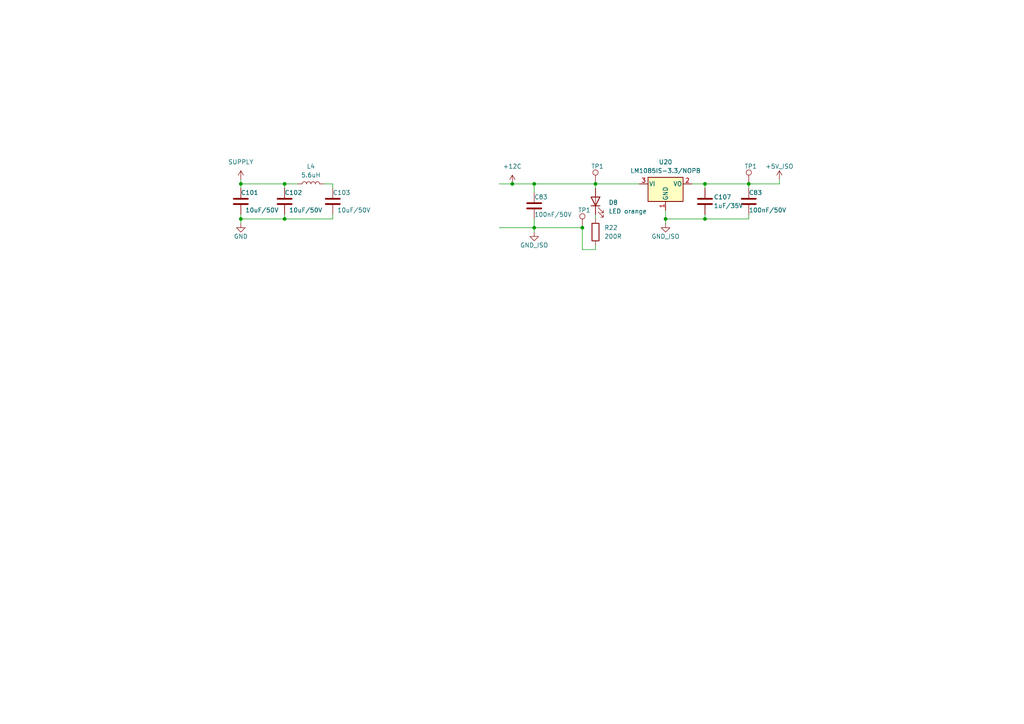
<source format=kicad_sch>
(kicad_sch (version 20230121) (generator eeschema)
  (paper "A4")
  (title_block (title "isolated Supply") (date "2023-12-29") (rev "V1.0") (company "Valais Wallis Racing Team") (comment 1 "Bétrisey Mattia"))
  (lib_symbols
    (symbol "Connector:TestPoint" (pin_numbers hide) (pin_names (offset 0.762) hide)
      (property "Reference" "TP" (at 0 6.858 0))
      (property "Value" "TestPoint" (at 0 5.08 0))
      (symbol "TestPoint_0_1"
        (circle (center 0 3.302) (radius 0.762))
      )
      (symbol "TestPoint_1_1"
        (pin passive line (at 0 0 90) (length 2.54) (name "1") (number "1"))
      )
    )
    (symbol "Device:C" (pin_numbers hide) (pin_names (offset 0.254))
      (property "Reference" "C" (at 0.635 2.54 0))
      (property "Value" "C" (at 0.635 -2.54 0))
      (symbol "C_0_1"
        (polyline (pts (xy -2.032 -0.762) (xy 2.032 -0.762)) (stroke (width 0.508)))
        (polyline (pts (xy -2.032 0.762) (xy 2.032 0.762)) (stroke (width 0.508)))
      )
      (symbol "C_1_1"
        (pin passive line (at 0 3.81 270) (length 2.794) (name "~") (number "1"))
        (pin passive line (at 0 -3.81 90) (length 2.794) (name "~") (number "2"))
      )
    )
    (symbol "Device:L" (pin_numbers hide) (pin_names (offset 1.016) hide)
      (property "Reference" "L" (at -1.27 0 90))
      (property "Value" "L" (at 1.905 0 90))
      (symbol "L_0_1"
        (arc (start 0 -2.54) (mid 0.6323 -1.905) (end 0 -1.27))
        (arc (start 0 -1.27) (mid 0.6323 -0.635) (end 0 0))
        (arc (start 0 0) (mid 0.6323 0.635) (end 0 1.27))
        (arc (start 0 1.27) (mid 0.6323 1.905) (end 0 2.54))
      )
      (symbol "L_1_1"
        (pin passive line (at 0 3.81 270) (length 1.27) (name "1") (number "1"))
        (pin passive line (at 0 -3.81 90) (length 1.27) (name "2") (number "2"))
      )
    )
    (symbol "Device:LED" (pin_numbers hide) (pin_names (offset 1.016) hide)
      (property "Reference" "D" (at 0 2.54 0))
      (property "Value" "LED" (at 0 -2.54 0))
      (symbol "LED_0_1"
        (polyline (pts (xy -1.27 -1.27) (xy -1.27 1.27)) (stroke (width 0.254)))
        (polyline (pts (xy -1.27 0) (xy 1.27 0)))
        (polyline (pts (xy 1.27 -1.27) (xy 1.27 1.27) (xy -1.27 0) (xy 1.27 -1.27)) (stroke (width 0.254)))
        (polyline (pts (xy -3.048 -0.762) (xy -4.572 -2.286) (xy -3.81 -2.286) (xy -4.572 -2.286) (xy -4.572 -1.524)))
        (polyline (pts (xy -1.778 -0.762) (xy -3.302 -2.286) (xy -2.54 -2.286) (xy -3.302 -2.286) (xy -3.302 -1.524)))
      )
      (symbol "LED_1_1"
        (pin passive line (at -3.81 0 0) (length 2.54) (name "K") (number "1"))
        (pin passive line (at 3.81 0 180) (length 2.54) (name "A") (number "2"))
      )
    )
    (symbol "Device:R" (pin_numbers hide) (pin_names (offset 0))
      (property "Reference" "R" (at 2.032 0 90))
      (property "Value" "R" (at 0 0 90))
      (symbol "R_0_1"
        (rectangle (start -1.016 -2.54) (end 1.016 2.54) (stroke (width 0.254)))
      )
      (symbol "R_1_1"
        (pin passive line (at 0 3.81 270) (length 1.27) (name "~") (number "1"))
        (pin passive line (at 0 -3.81 90) (length 1.27) (name "~") (number "2"))
      )
    )
    (symbol "Regulator_Linear:LM1085-3.3" (pin_names (offset 0.254))
      (property "Reference" "U" (at -3.81 3.175 0))
      (property "Value" "LM1085-3.3" (at 0 3.175 0))
      (symbol "LM1085-3.3_0_1"
        (rectangle (start -5.08 1.905) (end 5.08 -5.08) (stroke (width 0.254)) (fill (type background)))
      )
      (symbol "LM1085-3.3_1_1"
        (pin power_in line (at 0 -7.62 90) (length 2.54) (name "GND") (number "1"))
        (pin power_out line (at 7.62 0 180) (length 2.54) (name "VO") (number "2"))
        (pin power_in line (at -7.62 0 0) (length 2.54) (name "VI") (number "3"))
      )
    )
    (symbol "bmsPower_Symbols:+5V_ISO" (power) (in_bom no) (on_board no)
      (property "Value" "+5V_ISO" (at 0 3.81 0))
      (symbol "+5V_ISO_0_1"
        (polyline (pts (xy -0.762 1.27) (xy 0 2.54)))
        (polyline (pts (xy 0 0) (xy 0 2.54)))
        (polyline (pts (xy 0 2.54) (xy 0.762 1.27)))
      )
      (symbol "+5V_ISO_1_1"
        (pin power_in line (at 0 0 90) (length 0) hide (name "+5V_ISO") (number "1"))
      )
    )
    (symbol "bmsPower_Symbols:GND_0" (power) (in_bom no) (on_board no)
      (property "Value" "GND_0" (at 0 -4.064 0))
      (symbol "GND_0_0_1"
        (polyline (pts (xy 0 0) (xy 0 -1.27) (xy 1.27 -1.27) (xy 0 -2.54) (xy -1.27 -1.27) (xy 0 -1.27)))
      )
      (symbol "GND_0_1_1"
        (pin power_in line (at 0 0 270) (length 0) hide (name "GND") (number "1"))
      )
    )
    (symbol "bmsPower_Symbols:GND_ISO" (power) (in_bom no) (on_board no)
      (property "Value" "GND_ISO" (at 0 1.27 0))
      (symbol "GND_ISO_0_1"
        (polyline (pts (xy 0 0) (xy 0 -1.27) (xy 1.27 -1.27) (xy 0 -2.54) (xy -1.27 -1.27) (xy 0 -1.27)))
      )
      (symbol "GND_ISO_1_1"
        (pin power_in line (at 0 0 270) (length 0) hide (name "GND_ISO") (number "1"))
      )
    )
    (symbol "bmsPower_Symbols:SUPPLY_0" (power) (in_bom no) (on_board no)
      (property "Value" "SUPPLY_0" (at 0.254 3.302 0))
      (symbol "SUPPLY_0_0_1"
        (polyline (pts (xy -0.762 1.27) (xy 0 2.54)))
        (polyline (pts (xy 0 0) (xy 0 2.54)))
        (polyline (pts (xy 0 2.54) (xy 0.762 1.27)))
      )
      (symbol "SUPPLY_0_1_1"
        (pin power_in line (at 0 0 90) (length 0) hide (name "SUPPLY") (number "1"))
      )
    )
    (symbol "power:+12C" (power) (pin_names (offset 0))
      (property "Value" "+12C" (at 0 3.81 0))
      (symbol "+12C_0_1"
        (polyline (pts (xy -0.762 1.27) (xy 0 2.54)))
        (polyline (pts (xy 0 0) (xy 0 2.54)))
        (polyline (pts (xy 0 2.54) (xy 0.762 1.27)))
      )
      (symbol "+12C_1_1"
        (pin power_in line (at 0 0 90) (length 0) hide (name "+12C") (number "1"))
      )
    )
  )
  (junction (at 204.47 53.34))
  (junction (at 168.91 66.04))
  (junction (at 193.04 63.5))
  (junction (at 82.55 63.5))
  (junction (at 148.59 53.34))
  (junction (at 154.94 53.34))
  (junction (at 204.47 63.5))
  (junction (at 82.55 53.34))
  (junction (at 217.17 53.34))
  (junction (at 172.72 53.34))
  (junction (at 154.94 66.04))
  (junction (at 69.85 63.5))
  (junction (at 69.85 53.34))
  (wire (pts (xy 96.52 53.34) (xy 96.52 54.61)))
  (wire (pts (xy 69.85 53.34) (xy 69.85 54.61)))
  (wire (pts (xy 144.78 66.04) (xy 154.94 66.04)))
  (wire (pts (xy 217.17 53.34) (xy 226.06 53.34)))
  (wire (pts (xy 172.72 53.34) (xy 172.72 54.61)))
  (wire (pts (xy 154.94 53.34) (xy 172.72 53.34)))
  (wire (pts (xy 204.47 53.34) (xy 217.17 53.34)))
  (wire (pts (xy 204.47 62.23) (xy 204.47 63.5)))
  (wire (pts (xy 93.98 53.34) (xy 96.52 53.34)))
  (wire (pts (xy 217.17 62.23) (xy 217.17 63.5)))
  (wire (pts (xy 154.94 63.5) (xy 154.94 66.04)))
  (wire (pts (xy 204.47 63.5) (xy 217.17 63.5)))
  (wire (pts (xy 154.94 67.31) (xy 154.94 66.04)))
  (wire (pts (xy 148.59 53.34) (xy 154.94 53.34)))
  (wire (pts (xy 193.04 63.5) (xy 193.04 64.77)))
  (wire (pts (xy 96.52 62.23) (xy 96.52 63.5)))
  (wire (pts (xy 172.72 53.34) (xy 185.42 53.34)))
  (wire (pts (xy 172.72 71.12) (xy 172.72 72.39)))
  (wire (pts (xy 200.66 53.34) (xy 204.47 53.34)))
  (wire (pts (xy 82.55 53.34) (xy 86.36 53.34)))
  (wire (pts (xy 193.04 63.5) (xy 204.47 63.5)))
  (wire (pts (xy 154.94 66.04) (xy 168.91 66.04)))
  (wire (pts (xy 204.47 53.34) (xy 204.47 54.61)))
  (wire (pts (xy 193.04 60.96) (xy 193.04 63.5)))
  (wire (pts (xy 172.72 62.23) (xy 172.72 63.5)))
  (wire (pts (xy 82.55 53.34) (xy 82.55 54.61)))
  (wire (pts (xy 69.85 52.07) (xy 69.85 53.34)))
  (wire (pts (xy 168.91 66.04) (xy 168.91 72.39)))
  (wire (pts (xy 69.85 63.5) (xy 69.85 64.77)))
  (wire (pts (xy 82.55 63.5) (xy 96.52 63.5)))
  (wire (pts (xy 154.94 53.34) (xy 154.94 55.88)))
  (wire (pts (xy 82.55 62.23) (xy 82.55 63.5)))
  (wire (pts (xy 226.06 52.07) (xy 226.06 53.34)))
  (wire (pts (xy 144.78 53.34) (xy 148.59 53.34)))
  (wire (pts (xy 69.85 63.5) (xy 82.55 63.5)))
  (wire (pts (xy 69.85 53.34) (xy 82.55 53.34)))
  (wire (pts (xy 168.91 72.39) (xy 172.72 72.39)))
  (wire (pts (xy 217.17 53.34) (xy 217.17 54.61)))
  (wire (pts (xy 69.85 62.23) (xy 69.85 63.5)))
  (symbol (lib_id "bmsPower_Symbols:GND_ISO") (at 154.94 67.31 0) (unit 1) (in_bom no) (on_board no)
    (property "Reference" "#PWR0189" (effects hide))
    (property "Value" "GND_ISO" (at 154.94 71.12 0))
  )
  (symbol (lib_id "Connector:TestPoint") (at 168.91 66.04 0) (unit 1)
    (property "Reference" "TP1" (at 167.64 60.96 0) (effects (justify left)))
    (property "Value" "TestPoint" (effects hide))
    (property "Footprint" "TestPoint:TestPoint_Keystone_5000-5004_Miniature" (effects hide))
    (instances (project "BMS-Master" (path "" (reference "TP1") (unit 1)) (path "" (reference "TP36") (unit 1))))
  )
  (symbol (lib_id "bmsPower_Symbols:SUPPLY_0") (at 69.85 52.07 0) (unit 1) (in_bom no) (on_board no)
    (property "Reference" "#PWR0186" (effects hide))
    (property "Value" "SUPPLY_0" (at 69.85 46.99 0))
  )
  (symbol (lib_id "power:+12C") (at 148.59 53.34 0) (unit 1)
    (property "Reference" "#PWR092" (effects hide))
    (property "Value" "+12C" (at 148.59 48.26 0))
    (instances (project "BMS-Master" (path "" (reference "#PWR092") (unit 1)) (path "" (reference "#PWR095") (unit 1))))
  )
  (symbol (lib_id "Device:C") (at 96.52 58.42 0) (unit 1)
    (property "Reference" "C103" (at 96.52 55.88 0) (effects (justify left)))
    (property "Value" "10uF/50V" (at 97.79 60.96 0) (effects (justify left)))
    (property "Footprint" "Capacitor_SMD:C_1210_3225Metric" (effects hide))
    (instances (project "BMS-Master" (path "" (reference "C103") (unit 1)) (path "" (reference "C63") (unit 1))))
  )
  (symbol (lib_id "Device:C") (at 69.85 58.42 0) (unit 1)
    (property "Reference" "C101" (at 69.85 55.88 0) (effects (justify left)))
    (property "Value" "10uF/50V" (at 71.12 60.96 0) (effects (justify left)))
    (property "Footprint" "Capacitor_SMD:C_1206_3216Metric" (effects hide))
    (instances (project "BMS-Master" (path "" (reference "C101") (unit 1)) (path "" (reference "C64") (unit 1))))
  )
  (symbol (lib_id "Connector:TestPoint") (at 172.72 53.34 0) (unit 1)
    (property "Reference" "TP1" (at 171.45 48.26 0) (effects (justify left)))
    (property "Value" "TestPoint" (effects hide))
    (property "Footprint" "TestPoint:TestPoint_Keystone_5000-5004_Miniature" (effects hide))
    (instances (project "BMS-Master" (path "" (reference "TP1") (unit 1)) (path "" (reference "TP35") (unit 1))))
  )
  (symbol (lib_id "bmsPower_Symbols:GND_0") (at 69.85 64.77 0) (unit 1) (in_bom no) (on_board no)
    (property "Reference" "#PWR0125" (effects hide))
    (property "Value" "GND_0" (at 69.85 68.58 0))
    (instances (project "BMS-Master" (path "" (reference "#PWR0125") (unit 1)) (path "" (reference "#PWR0188") (unit 1))))
  )
  (symbol (lib_id "Device:C") (at 204.47 58.42 0) (unit 1)
    (property "Reference" "C107" (at 207.01 57.15 0) (effects (justify left)))
    (property "Value" "1uF/35V" (at 207.01 59.69 0) (effects (justify left)))
    (property "Footprint" "Capacitor_SMD:C_0603_1608Metric" (effects hide))
    (instances (project "BMS-Master" (path "" (reference "C107") (unit 1)) (path "" (reference "C61") (unit 1))))
  )
  (symbol (lib_id "Device:C") (at 154.94 59.69 0) (unit 1)
    (property "Reference" "C83" (at 154.94 57.15 0) (effects (justify left)))
    (property "Value" "100nF/50V" (at 154.94 62.23 0) (effects (justify left)))
    (property "Footprint" "Capacitor_SMD:C_0603_1608Metric" (effects hide))
    (instances (project "BMS-Master" (path "" (reference "C83") (unit 1)) (path "" (reference "C111") (unit 1))))
  )
  (symbol (lib_id "Connector:TestPoint") (at 217.17 53.34 0) (unit 1)
    (property "Reference" "TP1" (at 215.9 48.26 0) (effects (justify left)))
    (property "Value" "TestPoint" (effects hide))
    (property "Footprint" "TestPoint:TestPoint_Keystone_5000-5004_Miniature" (effects hide))
    (instances (project "BMS-Master" (path "" (reference "TP1") (unit 1)) (path "" (reference "TP10") (unit 1))))
  )
  (symbol (lib_id "Device:R") (at 172.72 67.31 0) (unit 1)
    (property "Reference" "R22" (at 175.26 66.04 0) (effects (justify left)))
    (property "Value" "200R" (at 175.26 68.58 0) (effects (justify left)))
    (property "Footprint" "Resistor_SMD:R_0603_1608Metric" (effects hide))
    (instances (project "BMS-Master" (path "" (reference "R22") (unit 1)) (path "" (reference "R86") (unit 1))))
  )
  (symbol (lib_id "Device:C") (at 217.17 58.42 0) (unit 1)
    (property "Reference" "C83" (at 217.17 55.88 0) (effects (justify left)))
    (property "Value" "100nF/50V" (at 217.17 60.96 0) (effects (justify left)))
    (property "Footprint" "Capacitor_SMD:C_0603_1608Metric" (effects hide))
    (instances (project "BMS-Master" (path "" (reference "C83") (unit 1)) (path "" (reference "C60") (unit 1))))
  )
  (symbol (lib_id "Device:L") (at 90.17 53.34 90) (unit 1)
    (property "Reference" "L4" (at 90.17 48.26 90))
    (property "Value" "5.6uH" (at 90.17 50.8 90))
    (property "Footprint" "Inductor_SMD:L_TracoPower_TCK-141" (effects hide))
    (instances (project "BMS-Master" (path "" (reference "L4") (unit 1)) (path "" (reference "L5") (unit 1))))
  )
  (symbol (lib_id "Device:C") (at 82.55 58.42 0) (unit 1)
    (property "Reference" "C102" (at 82.55 55.88 0) (effects (justify left)))
    (property "Value" "10uF/50V" (at 83.82 60.96 0) (effects (justify left)))
    (property "Footprint" "Capacitor_SMD:C_1206_3216Metric" (effects hide))
    (instances (project "BMS-Master" (path "" (reference "C102") (unit 1)) (path "" (reference "C62") (unit 1))))
  )
  (symbol (lib_id "bmsPower_Symbols:GND_ISO") (at 193.04 64.77 0) (unit 1) (in_bom no) (on_board no)
    (property "Reference" "#PWR097" (effects hide))
    (property "Value" "GND_ISO" (at 193.04 68.58 0))
  )
  (symbol (lib_id "Device:LED") (at 172.72 58.42 90) (unit 1)
    (property "Reference" "D8" (at 176.53 58.7375 90) (effects (justify right)))
    (property "Value" "LED orange" (at 176.53 61.2775 90) (effects (justify right)))
    (property "Footprint" "LED_SMD:LED_0603_1608Metric" (effects hide))
    (instances (project "BMS-Master" (path "" (reference "D8") (unit 1)) (path "" (reference "D13") (unit 1))))
  )
  (symbol (lib_id "bmsPower_Symbols:+5V_ISO") (at 226.06 52.07 0) (unit 1) (in_bom no) (on_board no)
    (property "Reference" "#PWR0187" (effects hide))
    (property "Value" "+5V_ISO" (at 226.06 48.26 0))
  )
  (symbol (lib_id "Regulator_Linear:LM1085-3.3") (at 193.04 53.34 0) (unit 1)
    (property "Reference" "U20" (at 193.04 46.99 0))
    (property "Value" "LM1085IS-3.3/NOPB" (at 193.04 49.53 0))
    (property "Footprint" "Package_TO_SOT_SMD:TO-263-3_TabPin2" (effects hide))
    (property "Datasheet" "http://www.ti.com/lit/ds/symlink/lm1085.pdf" (effects hide))
    (instances (project "BMS-Master" (path "" (reference "U20") (unit 1)) (path "" (reference "U14") (unit 1))))
  )
)
</source>
